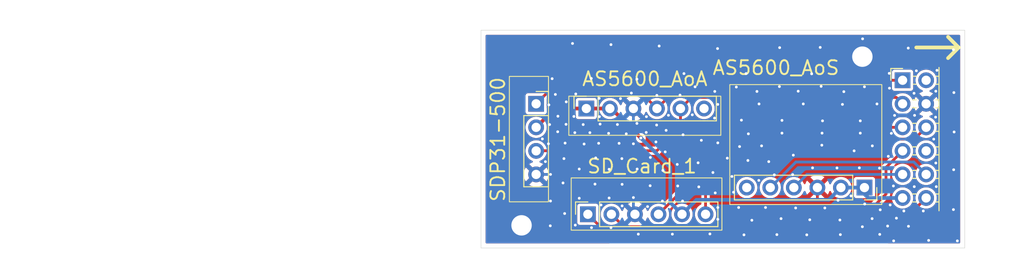
<source format=kicad_pcb>
(kicad_pcb (version 20241229) (generator "pcbnew") (generator_version "9.0")
  (layers (0 "F.Cu" signal) (2 "B.Cu" signal) (13 "F.Paste" user) (15 "B.Paste" user) (5 "F.SilkS" user "F.Silkscreen") (7 "B.SilkS" user "B.Silkscreen") (1 "F.Mask" user) (3 "B.Mask" user) (25 "Edge.Cuts" user))
  (net 0 "")
  (net 1 "/SCL_AS1")
  (net 2 "/SDA_AS1")
  (net 3 "/SDA_AS0")
  (net 4 "/3V3_AS0")
  (net 5 "/DC_GND")
  (net 6 "/SCL_AS0")
  (net 7 "/MOSI_SD1")
  (net 8 "/CS_SD1")
  (net 9 "/CLK_SD1")
  (net 10 "/MISO_SD1")
  (footprint "Connector_PinHeader_2.54mm:PinHeader_2x06_P2.54mm_Horizontal" (layer "F.Cu") (at 174.19 89.77)
    (property "Reference" "J5" (hide yes))
    (property "Value" "Conn_01x12_Socket" (hide yes))
    (fp_line (start -1.27 -1.27) (end 0 -1.27) (stroke (width 0.12)) (layer "F.SilkS"))
    (fp_line (start -1.27 0) (end -1.27 -1.27) (stroke (width 0.12)) (layer "F.SilkS"))
    (fp_line (start 1.077358 2.11) (end 1.462642 2.11) (stroke (width 0.12)) (layer "F.SilkS"))
    (fp_line (start 1.077358 2.97) (end 1.462642 2.97) (stroke (width 0.12)) (layer "F.SilkS"))
    (fp_line (start 1.077358 4.65) (end 1.462642 4.65) (stroke (width 0.12)) (layer "F.SilkS"))
    (fp_line (start 1.077358 5.51) (end 1.462642 5.51) (stroke (width 0.12)) (layer "F.SilkS"))
    (fp_line (start 1.077358 7.19) (end 1.462642 7.19) (stroke (width 0.12)) (layer "F.SilkS"))
    (fp_line (start 1.077358 8.05) (end 1.462642 8.05) (stroke (width 0.12)) (layer "F.SilkS"))
    (fp_line (start 1.077358 9.73) (end 1.462642 9.73) (stroke (width 0.12)) (layer "F.SilkS"))
    (fp_line (start 1.077358 10.59) (end 1.462642 10.59) (stroke (width 0.12)) (layer "F.SilkS"))
    (fp_line (start 1.077358 12.27) (end 1.462642 12.27) (stroke (width 0.12)) (layer "F.SilkS"))
    (fp_line (start 1.077358 13.13) (end 1.462642 13.13) (stroke (width 0.12)) (layer "F.SilkS"))
    (fp_line (start 1.16 -0.43) (end 1.462642 -0.43) (stroke (width 0.12)) (layer "F.SilkS"))
    (fp_line (start 1.16 0.43) (end 1.462642 0.43) (stroke (width 0.12)) (layer "F.SilkS"))
    (fp_line (start 3.617358 -0.43) (end 3.93 -0.43) (stroke (width 0.12)) (layer "F.SilkS"))
    (fp_line (start 3.617358 0.43) (end 3.93 0.43) (stroke (width 0.12)) (layer "F.SilkS"))
    (fp_line (start 3.617358 2.11) (end 3.93 2.11) (stroke (width 0.12)) (layer "F.SilkS"))
    (fp_line (start 3.617358 2.97) (end 3.93 2.97) (stroke (width 0.12)) (layer "F.SilkS"))
    (fp_line (start 3.617358 4.65) (end 3.93 4.65) (stroke (width 0.12)) (layer "F.SilkS"))
    (fp_line (start 3.617358 5.51) (end 3.93 5.51) (stroke (width 0.12)) (layer "F.SilkS"))
    (fp_line (start 3.617358 7.19) (end 3.93 7.19) (stroke (width 0.12)) (layer "F.SilkS"))
    (fp_line (start 3.617358 8.05) (end 3.93 8.05) (stroke (width 0.12)) (layer "F.SilkS"))
    (fp_line (start 3.617358 9.73) (end 3.93 9.73) (stroke (width 0.12)) (layer "F.SilkS"))
    (fp_line (start 3.617358 10.59) (end 3.93 10.59) (stroke (width 0.12)) (layer "F.SilkS"))
    (fp_line (start 3.617358 12.27) (end 3.93 12.27) (stroke (width 0.12)) (layer "F.SilkS"))
    (fp_line (start 3.617358 13.13) (end 3.93 13.13) (stroke (width 0.12)) (layer "F.SilkS"))
    (fp_line (start 3.93 -1.38) (end 3.93 14.08) (stroke (width 0.12)) (layer "F.SilkS"))
    (pad "1" thru_hole rect (at 0 0) (size 1.7 1.7) (drill 1) (layers "*.Cu" "*.Mask") (net 1 "/SCL_AS1"))
    (pad "2" thru_hole circle (at 2.54 0) (size 1.7 1.7) (drill 1) (layers "*.Cu" "*.Mask"))
    (pad "3" thru_hole circle (at 0 2.54) (size 1.7 1.7) (drill 1) (layers "*.Cu" "*.Mask") (net 2 "/SDA_AS1"))
    (pad "4" thru_hole circle (at 2.54 2.54) (size 1.7 1.7) (drill 1) (layers "*.Cu" "*.Mask") (net 5 "/DC_GND"))
    (pad "5" thru_hole circle (at 0 5.08) (size 1.7 1.7) (drill 1) (layers "*.Cu" "*.Mask") (net 9 "/CLK_SD1"))
    (pad "6" thru_hole circle (at 2.54 5.08) (size 1.7 1.7) (drill 1) (layers "*.Cu" "*.Mask") (net 10 "/MISO_SD1"))
    (pad "7" thru_hole circle (at 0 7.62) (size 1.7 1.7) (drill 1) (layers "*.Cu" "*.Mask") (net 7 "/MOSI_SD1"))
    (pad "8" thru_hole circle (at 2.54 7.62) (size 1.7 1.7) (drill 1) (layers "*.Cu" "*.Mask"))
    (pad "9" thru_hole circle (at 0 10.16) (size 1.7 1.7) (drill 1) (layers "*.Cu" "*.Mask") (net 6 "/SCL_AS0"))
    (pad "10" thru_hole circle (at 2.54 10.16) (size 1.7 1.7) (drill 1) (layers "*.Cu" "*.Mask") (net 3 "/SDA_AS0"))
    (pad "11" thru_hole circle (at 0 12.7) (size 1.7 1.7) (drill 1) (layers "*.Cu" "*.Mask") (net 4 "/3V3_AS0"))
    (pad "12" thru_hole circle (at 2.54 12.7) (size 1.7 1.7) (drill 1) (layers "*.Cu" "*.Mask") (net 8 "/CS_SD1"))
  )
  (footprint "MountingHole:MountingHole_2.2mm_M2" (layer "F.Cu") (at 169.85 87.225)
    (property "Reference" "REF**" (hide yes))
    (property "Value" "MountingHole_2.2mm_M2")
    (pad "" np_thru_hole circle (at 0 0) (size 2.2 2.2) (drill 2.2) (layers "*.Cu" "*.Mask"))
  )
  (footprint "MountingHole:MountingHole_2.2mm_M2" (layer "F.Cu") (at 133.075 105.425)
    (property "Reference" "REF**" (hide yes))
    (property "Value" "MountingHole_2.2mm_M2" (hide yes))
    (pad "" np_thru_hole circle (at 0 0) (size 2.2 2.2) (drill 2.2) (layers "*.Cu" "*.Mask"))
  )
  (footprint "Connector_PinSocket_2.54mm:PinSocket_1x04_P2.54mm_Vertical" (layer "F.Cu") (at 134.65 92.31)
    (property "Reference" "J1" (hide yes))
    (property "Value" "SDP31-500" (hide yes))
    (fp_line (start -1.33 1.27) (end -1.33 8.95) (stroke (width 0.12)) (layer "F.SilkS"))
    (fp_line (start -1.33 1.27) (end 1.33 1.27) (stroke (width 0.12)) (layer "F.SilkS"))
    (fp_line (start -1.33 8.95) (end 1.33 8.95) (stroke (width 0.12)) (layer "F.SilkS"))
    (fp_line (start 0 -1.33) (end 1.33 -1.33) (stroke (width 0.12)) (layer "F.SilkS"))
    (fp_line (start 1.33 -1.33) (end 1.33 0) (stroke (width 0.12)) (layer "F.SilkS"))
    (fp_line (start 1.33 1.27) (end 1.33 8.95) (stroke (width 0.12)) (layer "F.SilkS"))
    (pad "1" thru_hole rect (at 0 0) (size 1.7 1.7) (drill 1) (layers "*.Cu" "*.Mask") (net 1 "/SCL_AS1"))
    (pad "2" thru_hole circle (at 0 2.54) (size 1.7 1.7) (drill 1) (layers "*.Cu" "*.Mask") (net 4 "/3V3_AS0"))
    (pad "3" thru_hole circle (at 0 5.08) (size 1.7 1.7) (drill 1) (layers "*.Cu" "*.Mask") (net 2 "/SDA_AS1"))
    (pad "4" thru_hole circle (at 0 7.62) (size 1.7 1.7) (drill 1) (layers "*.Cu" "*.Mask") (net 5 "/DC_GND"))
  )
  (footprint "Connector_PinSocket_2.54mm:PinSocket_1x06_P2.54mm_Vertical" (layer "F.Cu") (at 140.065 92.82 90)
    (property "Reference" "J2" (hide yes))
    (property "Value" "AS5600_1" (hide yes))
    (fp_line (start 1.33 -1.33) (end 1.33 0) (stroke (width 0.12)) (layer "F.SilkS"))
    (fp_line (start 0 -1.33) (end 1.33 -1.33) (stroke (width 0.12)) (layer "F.SilkS"))
    (fp_line (start 1.33 1.27) (end 1.33 14.03) (stroke (width 0.12)) (layer "F.SilkS"))
    (fp_line (start -1.33 1.27) (end 1.33 1.27) (stroke (width 0.12)) (layer "F.SilkS"))
    (fp_line (start -1.33 1.27) (end -1.33 14.03) (stroke (width 0.12)) (layer "F.SilkS"))
    (fp_line (start -1.33 14.03) (end 1.33 14.03) (stroke (width 0.12)) (layer "F.SilkS"))
    (pad "1" thru_hole rect (at 0 0 90) (size 1.7 1.7) (drill 1) (layers "*.Cu" "*.Mask") (net 4 "/3V3_AS0"))
    (pad "2" thru_hole circle (at 0 2.54 90) (size 1.7 1.7) (drill 1) (layers "*.Cu" "*.Mask") (net 4 "/3V3_AS0"))
    (pad "3" thru_hole circle (at 0 5.08 90) (size 1.7 1.7) (drill 1) (layers "*.Cu" "*.Mask") (net 5 "/DC_GND"))
    (pad "4" thru_hole circle (at 0 7.62 90) (size 1.7 1.7) (drill 1) (layers "*.Cu" "*.Mask") (net 1 "/SCL_AS1"))
    (pad "5" thru_hole circle (at 0 10.16 90) (size 1.7 1.7) (drill 1) (layers "*.Cu" "*.Mask") (net 2 "/SDA_AS1"))
    (pad "6" thru_hole circle (at 0 12.7 90) (size 1.7 1.7) (drill 1) (layers "*.Cu" "*.Mask"))
  )
  (footprint "Connector_PinSocket_2.54mm:PinSocket_1x06_P2.54mm_Vertical" (layer "F.Cu") (at 170.075 101.35 -90)
    (property "Reference" "J4" (hide yes))
    (property "Value" "AS5600_0" (hide yes))
    (fp_line (start -1.33 14.03) (end 1.33 14.03) (stroke (width 0.12)) (layer "F.SilkS"))
    (fp_line (start -1.33 1.27) (end -1.33 14.03) (stroke (width 0.12)) (layer "F.SilkS"))
    (fp_line (start -1.33 1.27) (end 1.33 1.27) (stroke (width 0.12)) (layer "F.SilkS"))
    (fp_line (start 1.33 1.27) (end 1.33 14.03) (stroke (width 0.12)) (layer "F.SilkS"))
    (fp_line (start 0 -1.33) (end 1.33 -1.33) (stroke (width 0.12)) (layer "F.SilkS"))
    (fp_line (start 1.33 -1.33) (end 1.33 0) (stroke (width 0.12)) (layer "F.SilkS"))
    (pad "1" thru_hole rect (at 0 0 270) (size 1.7 1.7) (drill 1) (layers "*.Cu" "*.Mask") (net 4 "/3V3_AS0"))
    (pad "2" thru_hole circle (at 0 2.54 270) (size 1.7 1.7) (drill 1) (layers "*.Cu" "*.Mask") (net 4 "/3V3_AS0"))
    (pad "3" thru_hole circle (at 0 5.08 270) (size 1.7 1.7) (drill 1) (layers "*.Cu" "*.Mask") (net 5 "/DC_GND"))
    (pad "4" thru_hole circle (at 0 7.62 270) (size 1.7 1.7) (drill 1) (layers "*.Cu" "*.Mask") (net 6 "/SCL_AS0"))
    (pad "5" thru_hole circle (at 0 10.16 270) (size 1.7 1.7) (drill 1) (layers "*.Cu" "*.Mask") (net 3 "/SDA_AS0"))
    (pad "6" thru_hole circle (at 0 12.7 270) (size 1.7 1.7) (drill 1) (layers "*.Cu" "*.Mask"))
  )
  (footprint "Connector_PinSocket_2.54mm:PinSocket_1x06_P2.54mm_Vertical" (layer "F.Cu") (at 140.23 104.23 90)
    (property "Reference" "J3" (hide yes))
    (property "Value" "SD_1" (hide yes))
    (fp_line (start 1.33 -1.33) (end 1.33 0) (stroke (width 0.12)) (layer "F.SilkS"))
    (fp_line (start 0 -1.33) (end 1.33 -1.33) (stroke (width 0.12)) (layer "F.SilkS"))
    (fp_line (start 1.33 1.27) (end 1.33 14.03) (stroke (width 0.12)) (layer "F.SilkS"))
    (fp_line (start -1.33 1.27) (end 1.33 1.27) (stroke (width 0.12)) (layer "F.SilkS"))
    (fp_line (start -1.33 1.27) (end -1.33 14.03) (stroke (width 0.12)) (layer "F.SilkS"))
    (fp_line (start -1.33 14.03) (end 1.33 14.03) (stroke (width 0.12)) (layer "F.SilkS"))
    (pad "1" thru_hole rect (at 0 0 90) (size 1.7 1.7) (drill 1) (layers "*.Cu" "*.Mask") (net 8 "/CS_SD1"))
    (pad "2" thru_hole circle (at 0 2.54 90) (size 1.7 1.7) (drill 1) (layers "*.Cu" "*.Mask") (net 7 "/MOSI_SD1"))
    (pad "3" thru_hole circle (at 0 5.08 90) (size 1.7 1.7) (drill 1) (layers "*.Cu" "*.Mask") (net 5 "/DC_GND"))
    (pad "4" thru_hole circle (at 0 7.62 90) (size 1.7 1.7) (drill 1) (layers "*.Cu" "*.Mask") (net 9 "/CLK_SD1"))
    (pad "5" thru_hole circle (at 0 10.16 90) (size 1.7 1.7) (drill 1) (layers "*.Cu" "*.Mask") (net 4 "/3V3_AS0"))
    (pad "6" thru_hole circle (at 0 12.7 90) (size 1.7 1.7) (drill 1) (layers "*.Cu" "*.Mask") (net 10 "/MISO_SD1"))
  )
  (gr_rect (start 138.435 100.305) (end 154.695 105.945) (stroke (width 0.1)) (fill no) (layer "F.SilkS"))
  (gr_rect (start 155.545 90.24) (end 171.945 103.18) (stroke (width 0.1)) (fill no) (layer "F.SilkS"))
  (gr_rect (start 131.76 89.355) (end 135.98 102.885) (stroke (width 0.1)) (fill no) (layer "F.SilkS"))
  (gr_rect (start 138.175 91.49) (end 154.575 95.71) (stroke (width 0.1)) (fill no) (layer "F.SilkS"))
  (gr_rect (start 128.7 84.37) (end 180.9 107.87) (stroke (width 0.05)) (fill no) (layer "Edge.Cuts"))
  (gr_text "AS5600_AoA" (at 139.5 90.5 0) (layer "F.SilkS") (effects (font (size 1.5 1.5) (thickness 0.2)) (justify left bottom)))
  (gr_text "→" (at 173.975 89.275 0) (layer "F.SilkS") (effects (font (size 6 6) (thickness 0.4)) (justify left bottom)))
  (gr_text "SD_Card_1" (at 140.05 99.925 0) (layer "F.SilkS") (effects (font (size 1.5 1.5) (thickness 0.2)) (justify left bottom)))
  (gr_text "AS5600_AoS" (at 153.575 89.3 0) (layer "F.SilkS") (effects (font (size 1.5 1.5) (thickness 0.2)) (justify left bottom)))
  (gr_text "SDP31-500" (at 131.4 103 90) (layer "F.SilkS") (effects (font (size 1.5 1.5) (thickness 0.2)) (justify left bottom)))
  (segment (start 147.685 92.82) (end 150.735 89.77) (width 0.3) (layer "F.Cu") (net 1))
  (segment (start 136.51 90.45) (end 145.315 90.45) (width 0.3) (layer "F.Cu") (net 1))
  (segment (start 134.65 92.31) (end 136.51 90.45) (width 0.3) (layer "F.Cu") (net 1))
  (segment (start 145.315 90.45) (end 147.685 92.82) (width 0.3) (layer "F.Cu") (net 1))
  (segment (start 150.735 89.77) (end 174.19 89.77) (width 0.3) (layer "F.Cu") (net 1))
  (segment (start 147.675 97.375) (end 150.225 94.825) (width 0.3) (layer "F.Cu") (net 2))
  (segment (start 173.499 91.619) (end 174.19 92.31) (width 0.3) (layer "F.Cu") (net 2))
  (segment (start 150.225 92.82) (end 151.426 91.619) (width 0.3) (layer "F.Cu") (net 2))
  (segment (start 134.65 97.39) (end 134.665 97.375) (width 0.3) (layer "F.Cu") (net 2))
  (segment (start 151.426 91.619) (end 173.499 91.619) (width 0.3) (layer "F.Cu") (net 2))
  (segment (start 150.225 94.825) (end 150.225 92.82) (width 0.3) (layer "F.Cu") (net 2))
  (segment (start 134.665 97.375) (end 147.675 97.375) (width 0.3) (layer "F.Cu") (net 2))
  (segment (start 159.915 101.35) (end 162.674 98.591) (width 0.3) (layer "B.Cu") (net 3))
  (segment (start 175.391 98.591) (end 176.73 99.93) (width 0.3) (layer "B.Cu") (net 3))
  (segment (start 162.674 98.591) (end 175.391 98.591) (width 0.3) (layer "B.Cu") (net 3))
  (segment (start 134.65 94.85) (end 136.68 92.82) (width 0.4) (layer "F.Cu") (net 4))
  (segment (start 145.95 96) (end 142.77 92.82) (width 0.4) (layer "F.Cu") (net 4))
  (segment (start 136.68 92.82) (end 140.065 92.82) (width 0.4) (layer "F.Cu") (net 4))
  (segment (start 142.77 92.82) (end 142.605 92.82) (width 0.4) (layer "F.Cu") (net 4))
  (segment (start 140.065 92.82) (end 142.605 92.82) (width 0.4) (layer "F.Cu") (net 4))
  (via (at 145.95 96) (size 0.45) (drill 0.3) (layers "F.Cu" "B.Cu") (net 4))
  (segment (start 166.21 102.675) (end 167.535 101.35) (width 0.4) (layer "B.Cu") (net 4))
  (segment (start 145.95 96) (end 149.125 99.175) (width 0.4) (layer "B.Cu") (net 4))
  (segment (start 167.535 101.35) (end 170.075 101.35) (width 0.4) (layer "B.Cu") (net 4))
  (segment (start 151.945 102.675) (end 166.21 102.675) (width 0.4) (layer "B.Cu") (net 4))
  (segment (start 170.075 101.35) (end 170.075 102.05) (width 0.4) (layer "B.Cu") (net 4))
  (segment (start 149.125 102.965) (end 150.39 104.23) (width 0.4) (layer "B.Cu") (net 4))
  (segment (start 170.075 102.05) (end 170.5 102.475) (width 0.4) (layer "B.Cu") (net 4))
  (segment (start 174.185 102.475) (end 174.19 102.47) (width 0.4) (layer "B.Cu") (net 4))
  (segment (start 170.5 102.475) (end 174.185 102.475) (width 0.4) (layer "B.Cu") (net 4))
  (segment (start 150.39 104.23) (end 151.945 102.675) (width 0.4) (layer "B.Cu") (net 4))
  (segment (start 149.125 99.175) (end 149.125 102.965) (width 0.4) (layer "B.Cu") (net 4))
  (segment (start 167.11 99.235) (end 164.995 101.35) (width 0.4) (layer "F.Cu") (net 5))
  (segment (start 164.175 104.825) (end 164.995 104.005) (width 0.3) (layer "F.Cu") (net 5))
  (segment (start 164.995 104.005) (end 164.995 101.35) (width 0.3) (layer "F.Cu") (net 5))
  (segment (start 168.96 97.385) (end 167.11 99.235) (width 0.4) (layer "F.Cu") (net 5))
  (via (at 157.5 98.425) (size 0.45) (drill 0.3) (layers "F.Cu" "B.Cu") (net 5))
  (via (at 167.475 106.425) (size 0.45) (drill 0.3) (layers "F.Cu" "B.Cu") (net 5))
  (via (at 155.775 100.15) (size 0.45) (drill 0.3) (layers "F.Cu" "B.Cu") (net 5))
  (via (at 172.85 103.225) (size 0.45) (drill 0.3) (layers "F.Cu" "B.Cu") (net 5))
  (via (at 150.45 102.8) (size 0.45) (drill 0.3) (layers "F.Cu" "B.Cu") (net 5))
  (via (at 142.525 102.475) (size 0.45) (drill 0.3) (layers "F.Cu" "B.Cu") (net 5))
  (via (at 160.9 90.45) (size 0.45) (drill 0.3) (layers "F.Cu" "B.Cu") (net 5))
  (via (at 169.875 85.3) (size 0.45) (drill 0.3) (layers "F.Cu" "B.Cu") (net 5))
  (via (at 143.6 96.575) (size 0.45) (drill 0.3) (layers "F.Cu" "B.Cu") (net 5))
  (via (at 153.925 90.975) (size 0.45) (drill 0.3) (layers "F.Cu" "B.Cu") (net 5))
  (via (at 146.675 103.4) (size 0.45) (drill 0.3) (layers "F.Cu" "B.Cu") (net 5))
  (via (at 157.925 104.875) (size 0.45) (drill 0.3) (layers "F.Cu" "B.Cu") (net 5))
  (via (at 138.825 95.425) (size 0.45) (drill 0.3) (layers "F.Cu" "B.Cu") (net 5))
  (via (at 158.675 100.575) (size 0.45) (drill 0.3) (layers "F.Cu" "B.Cu") (net 5))
  (via (at 169.85 105.575) (size 0.45) (drill 0.3) (layers "F.Cu" "B.Cu") (net 5))
  (via (at 149.35 106.375) (size 0.45) (drill 0.3) (layers "F.Cu" "B.Cu") (net 5))
  (via (at 153.4 106.35) (size 0.45) (drill 0.3) (layers "F.Cu" "B.Cu") (net 5))
  (via (at 152.2 101.275) (size 0.45) (drill 0.3) (layers "F.Cu" "B.Cu") (net 5))
  (via (at 167.11 99.235) (size 0.45) (drill 0.3) (layers "F.Cu" "B.Cu") (net 5))
  (via (at 144.925 91.15) (size 0.45) (drill 0.3) (layers "F.Cu" "B.Cu") (net 5))
  (via (at 137.875 94.525) (size 0.45) (drill 0.3) (layers "F.Cu" "B.Cu") (net 5))
  (via (at 160.35 99.975) (size 0.45) (drill 0.3) (layers "F.Cu" "B.Cu") (net 5))
  (via (at 146.95 101.15) (size 0.45) (drill 0.3) (layers "F.Cu" "B.Cu") (net 5))
  (via (at 154.225 86.35) (size 0.45) (drill 0.3) (layers "F.Cu" "B.Cu") (net 5))
  (via (at 135.975 96.625) (size 0.45) (drill 0.3) (layers "F.Cu" "B.Cu") (net 5))
  (via (at 179.725 91.1) (size 0.45) (drill 0.3) (layers "F.Cu" "B.Cu") (net 5))
  (via (at 161.175 94.1) (size 0.45) (drill 0.3) (layers "F.Cu" "B.Cu") (net 5))
  (via (at 139.3 99.35) (size 0.45) (drill 0.3) (layers "F.Cu" "B.Cu") (net 5))
  (via (at 137.775 96.55) (size 0.45) (drill 0.3) (layers "F.Cu" "B.Cu") (net 5))
  (via (at 159.75 98.55) (size 0.45) (drill 0.3) (layers "F.Cu" "B.Cu") (net 5))
  (via (at 145.525 89.65) (size 0.45) (drill 0.3) (layers "F.Cu" "B.Cu") (net 5))
  (via (at 139.725 94.55) (size 0.45) (drill 0.3) (layers "F.Cu" "B.Cu") (net 5))
  (via (at 173.2 101.175) (size 0.45) (drill 0.3) (layers "F.Cu" "B.Cu") (net 5))
  (via (at 137.725 104.15) (size 0.45) (drill 0.3) (layers "F.Cu" "B.Cu") (net 5))
  (via (at 141 100.975) (size 0.45) (drill 0.3) (layers "F.Cu" "B.Cu") (net 5))
  (via (at 154.25 96.525) (size 0.45) (drill 0.3) (layers "F.Cu" "B.Cu") (net 5))
  (via (at 153.725 99.725) (size 0.45) (drill 0.3) (layers "F.Cu" "B.Cu") (net 5))
  (via (at 136.2 102.8) (size 0.45) (drill 0.3) (layers "F.Cu" "B.Cu") (net 5))
  (via (at 137.55 100.85) (size 0.45) (drill 0.3) (layers "F.Cu" "B.Cu") (net 5))
  (via (at 164.175 104.825) (size 0.45) (drill 0.3) (layers "F.Cu" "B.Cu") (net 5))
  (via (at 138.575 85.8) (size 0.45) (drill 0.3) (layers "F.Cu" "B.Cu") (net 5))
  (via (at 139.825 96.65) (size 0.45) (drill 0.3) (layers "F.Cu" "B.Cu") (net 5))
  (via (at 170.1 103.125) (size 0.45) (drill 0.3) (layers "F.Cu" "B.Cu") (net 5))
  (via (at 136.1 94.55) (size 0.45) (drill 0.3) (layers "F.Cu" "B.Cu") (net 5))
  (via (at 172.775 90.625) (size 0.45) (drill 0.3) (layers "F.Cu" "B.Cu") (net 5))
  (via (at 163.475 92.325) (size 0.45) (drill 0.3) (layers "F.Cu" "B.Cu") (net 5))
  (via (at 171.425 92.325) (size 0.45) (drill 0.3) (layers "F.Cu" "B.Cu") (net 5))
  (via (at 142.725 105.675) (size 0.45) (drill 0.3) (layers "F.Cu" "B.Cu") (net 5))
  (via (at 148.675 95.175) (size 0.45) (drill 0.3) (layers "F.Cu" "B.Cu") (net 5))
  (via (at 142.725 85.925) (size 0.45) (drill 0.3) (layers "F.Cu" "B.Cu") (net 5))
  (via (at 155.95 101.85) (size 0.45) (drill 0.3) (layers "F.Cu" "B.Cu") (net 5))
  (via (at 175.45 101.25) (size 0.45) (drill 0.3) (layers "F.Cu" "B.Cu") (net 5))
  (via (at 138.875 105.4) (size 0.45) (drill 0.3) (layers "F.Cu" "B.Cu") (net 5))
  (via (at 136.725 91.3) (size 0.45) (drill 0.3) (layers "F.Cu" "B.Cu") (net 5))
  (via (at 149.925 101.175) (size 0.45) (drill 0.3) (layers "F.Cu" "B.Cu") (net 5))
  (via (at 168.625 102.25) (size 0.45) (drill 0.3) (layers "F.Cu" "B.Cu") (net 5))
  (via (at 179.7 99.425) (size 0.45) (drill 0.3) (layers "F.Cu" "B.Cu") (net 5))
  (via (at 177.775 98.7) (size 0.45) (drill 0.3) (layers "F.Cu" "B.Cu") (net 5))
  (via (at 175.4825 93.5575) (size 0.45) (drill 0.3) (layers "F.Cu" "B.Cu") (net 5))
  (via (at 143.9 98.225) (size 0.45) (drill 0.3) (layers "F.Cu" "B.Cu") (net 5))
  (via (at 175.425 91.175) (size 0.45) (drill 0.3) (layers "F.Cu" "B.Cu") (net 5))
  (via (at 158.975 96.85) (size 0.45) (drill 0.3) (layers "F.Cu" "B.Cu") (net 5))
  (via (at 161.075 104.7) (size 0.45) (drill 0.3) (layers "F.Cu" "B.Cu") (net 5))
  (via (at 143.925 101) (size 0.45) (drill 0.3) (layers "F.Cu" "B.Cu") (net 5))
  (via (at 160.625 106.425) (size 0.45) (drill 0.3) (layers "F.Cu" "B.Cu") (net 5))
  (via (at 142.525 99.375) (size 0.45) (drill 0.3) (layers "F.Cu" "B.Cu") (net 5))
  (via (at 150.175 91.375) (size 0.45) (drill 0.3) (layers "F.Cu" "B.Cu") (net 5))
  (via (at 175.675 88.75) (size 0.45) (drill 0.3) (layers "F.Cu" "B.Cu") (net 5))
  (via (at 150.6 89.05) (size 0.45) (drill 0.3) (layers "F.Cu" "B.Cu") (net 5))
  (via (at 167.85 91) (size 0.45) (drill 0.3) (layers "F.Cu" "B.Cu") (net 5))
  (via (at 158.7 92.325) (size 0.45) (drill 0.3) (layers "F.Cu" "B.Cu") (net 5))
  (via (at 172.975 95.5) (size 0.45) (drill 0.3) (layers "F.Cu" "B.Cu") (net 5))
  (via (at 135.325 96.1) (size 0.45) (drill 0.3) (layers "F.Cu" "B.Cu") (net 5))
  (via (at 143.75 91.75) (size 0.45) (drill 0.3) (layers "F.Cu" "B.Cu") (net 5))
  (via (at 143.925 103.325) (size 0.45) (drill 0.3) (layers "F.Cu" "B.Cu") (net 5))
  (via (at 149.875 98.85) (size 0.45) (drill 0.3) (layers "F.Cu" "B.Cu") (net 5))
  (via (at 146.975 98.1) (size 0.45) (drill 0.3) (layers "F.Cu" "B.Cu") (net 5))
  (via (at 136.025 92.425) (size 0.45) (drill 0.3) (layers "F.Cu" "B.Cu") (net 5))
  (via (at 144.375 95.55) (size 0.45) (drill 0.3) (layers "F.Cu" "B.Cu") (net 5))
  (via (at 147.575 96.425) (size 0.45) (drill 0.3) (layers "F.Cu" "B.Cu") (net 5))
  (via (at 165.4 90.425) (size 0.45) (drill 0.3) (layers "F.Cu" "B.Cu") (net 5))
  (via (at 168.96 97.385) (size 0.45) (drill 0.3) (layers "F.Cu" "B.Cu") (net 5))
  (via (at 136.975 95.325) (size 0.45) (drill 0.3) (layers "F.Cu" "B.Cu") (net 5))
  (via (at 146.525 95.4) (size 0.45) (drill 0.3) (layers "F.Cu" "B.Cu") (net 5))
  (via (at 140.6 89.575) (size 0.45) (drill 0.3) (layers "F.Cu" "B.Cu") (net 5))
  (via (at 141.075 98.15) (size 0.45) (drill 0.3) (layers "F.Cu" "B.Cu") (net 5))
  (via (at 177.55 96.125) (size 0.45) (drill 0.3) (layers "F.Cu" "B.Cu") (net 5))
  (via (at 145.525 94.425) (size 0.45) (drill 0.3) (layers "F.Cu" "B.Cu") (net 5))
  (via (at 135.65 98.55) (size 0.45) (drill 0.3) (layers "F.Cu" "B.Cu") (net 5))
  (via (at 170.075 90.475) (size 0.45) (drill 0.3) (layers "F.Cu" "B.Cu") (net 5))
  (via (at 141.395 96.57) (size 0.45) (drill 0.3) (layers "F.Cu" "B.Cu") (net 5))
  (via (at 153.975 101.925) (size 0.45) (drill 0.3) (layers "F.Cu" "B.Cu") (net 5))
  (via (at 157.55 95.55) (size 0.45) (drill 0.3) (layers "F.Cu" "B.Cu") (net 5))
  (via (at 138.925 91.25) (size 0.45) (drill 0.3) (layers "F.Cu" "B.Cu") (net 5))
  (via (at 156.6 96.925) (size 0.45) (drill 0.3) (layers "F.Cu" "B.Cu") (net 5))
  (via (at 150.5 95.65) (size 0.45) (drill 0.3) (layers "F.Cu" "B.Cu") (net 5))
  (via (at 140.625 105.675) (size 0.45) (drill 0.3) (layers "F.Cu" "B.Cu") (net 5))
  (via (at 138.725 93.675) (size 0.45) (drill 0.3) (layers "F.Cu" "B.Cu") (net 5))
  (via (at 139.3 102.5) (size 0.45) (drill 0.3) (layers "F.Cu" "B.Cu") (net 5))
  (via (at 167.425 104.85) (size 0.45) (drill 0.3) (layers "F.Cu" "B.Cu") (net 5))
  (via (at 152.125 98.675) (size 0.45) (drill 0.3) (layers "F.Cu" "B.Cu") (net 5))
  (via (at 141.475 93.7) (size 0.45) (drill 0.3) (layers "F.Cu" "B.Cu") (net 5))
  (via (at 172.65 97.975) (size 0.45) (drill 0.3) (layers "F.Cu" "B.Cu") (net 5))
  (via (at 179.675 86.475) (size 0.45) (drill 0.3) (layers "F.Cu" "B.Cu") (net 5))
  (via (at 148.575 97.5) (size 0.45) (drill 0.3) (layers "F.Cu" "B.Cu") (net 5))
  (via (at 174.325 103.875) (size 0.45) (drill 0.3) (layers "F.Cu" "B.Cu") (net 5))
  (via (at 148.925 93.55) (size 0.45) (drill 0.3) (layers "F.Cu" "B.Cu") (net 5))
  (via (at 151.8 90.475) (size 0.45) (drill 0.3) (layers "F.Cu" "B.Cu") (net 5))
  (via (at 164.375 89.075) (size 0.45) (drill 0.3) (layers "F.Cu" "B.Cu") (net 5))
  (via (at 165.475 96.775) (size 0.45) (drill 0.3) (layers "F.Cu" "B.Cu") (net 5))
  (via (at 141.55 94.5) (size 0.45) (drill 0.3) (layers "F.Cu" "B.Cu") (net 5))
  (via (at 170.9 104.7) (size 0.45) (drill 0.3) (layers "F.Cu" "B.Cu") (net 5))
  (via (at 179.75 95.35) (size 0.45) (drill 0.3) (layers "F.Cu" "B.Cu") (net 5))
  (via (at 145.145 102.425) (size 0.45) (drill 0.3) (layers "F.Cu" "B.Cu") (net 5))
  (via (at 171.7 99.25) (size 0.45) (drill 0.3) (layers "F.Cu" "B.Cu") (net 5))
  (via (at 179.675 103.725) (size 0.45) (drill 0.3) (layers "F.Cu" "B.Cu") (net 5))
  (via (at 154.25 92.375) (size 0.45) (drill 0.3) (layers "F.Cu" "B.Cu") (net 5))
  (via (at 136.375 89.6) (size 0.45) (drill 0.3) (layers "F.Cu" "B.Cu") (net 5))
  (via (at 159.4 103.5) (size 0.45) (drill 0.3) (layers "F.Cu" "B.Cu") (net 5))
  (via (at 141.65 103.225) (size 0.45) (drill 0.3) (layers "F.Cu" "B.Cu") (net 5))
  (via (at 170.925 96.85) (size 0.45) (drill 0.3) (layers "F.Cu" "B.Cu") (net 5))
  (via (at 173.525 104.65) (size 0.45) (drill 0.3) (layers "F.Cu" "B.Cu") (net 5))
  (via (at 180.1 107.1) (size 0.45) (drill 0.3) (layers "F.Cu" "B.Cu") (net 5))
  (via (at 176.425 103.875) (size 0.45) (drill 0.3) (layers "F.Cu" "B.Cu") (net 5))
  (via (at 165.55 94.15) (size 0.45) (drill 0.3) (layers "F.Cu" "B.Cu") (net 5))
  (via (at 167.7 92.375) (size 0.45) (drill 0.3) (layers "F.Cu" "B.Cu") (net 5))
  (via (at 137 93.65) (size 0.45) (drill 0.3) (layers "F.Cu" "B.Cu") (net 5))
  (via (at 171.725 106.4) (size 0.45) (drill 0.3) (layers "F.Cu" "B.Cu") (net 5))
  (via (at 169.625 95.475) (size 0.45) (drill 0.3) (layers "F.Cu" "B.Cu") (net 5))
  (via (at 161.175 95.475) (size 0.45) (drill 0.3) (layers "F.Cu" "B.Cu") (net 5))
  (via (at 158.475 90.975) (size 0.45) (drill 0.3) (layers "F.Cu" "B.Cu") (net 5))
  (via (at 147.675 91.4) (size 0.45) (drill 0.3) (layers "F.Cu" "B.Cu") (net 5))
  (via (at 153.9 93.85) (size 0.45) (drill 0.3) (layers "F.Cu" "B.Cu") (net 5))
  (via (at 148.275 102.8) (size 0.45) (drill 0.3) (layers "F.Cu" "B.Cu") (net 5))
  (via (at 162.925 90.95) (size 0.45) (drill 0.3) (layers "F.Cu" "B.Cu") (net 5))
  (via (at 173.325 93.561) (size 0.45) (drill 0.3) (layers "F.Cu" "B.Cu") (net 5))
  (via (at 154.25 104.775) (size 0.45) (drill 0.3) (layers "F.Cu" "B.Cu") (net 5))
  (via (at 136.2 99.93) (size 0.45) (drill 0.3) (layers "F.Cu" "B.Cu") (net 5))
  (via (at 143.42 94.545) (size 0.45) (drill 0.3) (layers "F.Cu" "B.Cu") (net 5))
  (via (at 156.8 94.075) (size 0.45) (drill 0.3) (layers "F.Cu" "B.Cu") (net 5))
  (via (at 145.145 96.625) (size 0.45) (drill 0.3) (layers "F.Cu" "B.Cu") (net 5))
  (via (at 165.5 95.475) (size 0.45) (drill 0.3) (layers "F.Cu" "B.Cu") (net 5))
  (via (at 137.65 98.225) (size 0.45) (drill 0.3) (layers "F.Cu" "B.Cu") (net 5))
  (via (at 172.575 105.5) (size 0.45) (drill 0.3) (layers "F.Cu" "B.Cu") (net 5))
  (via (at 174.825 105.525) (size 0.45) (drill 0.3) (layers "F.Cu" "B.Cu") (net 5))
  (via (at 172.75 89.025) (size 0.45) (drill 0.3) (layers "F.Cu" "B.Cu") (net 5))
  (via (at 147.925 86.075) (size 0.45) (drill 0.3) (layers "F.Cu" "B.Cu") (net 5))
  (via (at 163.85 106.45) (size 0.45) (drill 0.3) (layers "F.Cu" "B.Cu") (net 5))
  (via (at 151.5 93.5) (size 0.45) (drill 0.3) (layers "F.Cu" "B.Cu") (net 5))
  (via (at 169.625 94.15) (size 0.45) (drill 0.3) (layers "F.Cu" "B.Cu") (net 5))
  (via (at 177.9 88.7) (size 0.45) (drill 0.3) (layers "F.Cu" "B.Cu") (net 5))
  (via (at 152.475 96.25) (size 0.45) (drill 0.3) (layers "F.Cu" "B.Cu") (net 5))
  (via (at 155.275 98.175) (size 0.45) (drill 0.3) (layers "F.Cu" "B.Cu") (net 5))
  (via (at 141.45 91.725) (size 0.45) (drill 0.3) (layers "F.Cu" "B.Cu") (net 5))
  (via (at 148.325 99.5) (size 0.45) (drill 0.3) (layers "F.Cu" "B.Cu") (net 5))
  (via (at 177 107.05) (size 0.45) (drill 0.3) (layers "F.Cu" "B.Cu") (net 5))
  (via (at 145.675 106.375) (size 0.45) (drill 0.3) (layers "F.Cu" "B.Cu") (net 5))
  (via (at 145.55 99.35) (size 0.45) (drill 0.3) (layers "F.Cu" "B.Cu") (net 5))
  (via (at 165.8 103.55) (size 0.45) (drill 0.3) (layers "F.Cu" "B.Cu") (net 5))
  (via (at 177.825 101.25) (size 0.45) (drill 0.3) (layers "F.Cu" "B.Cu") (net 5))
  (via (at 173.225 107.1) (size 0.45) (drill 0.3) (layers "F.Cu" "B.Cu") (net 5))
  (via (at 160.925 86.25) (size 0.45) (drill 0.3) (layers "F.Cu" "B.Cu") (net 5))
  (via (at 171.775 103.75) (size 0.45) (drill 0.3) (layers "F.Cu" "B.Cu") (net 5))
  (via (at 154.25 103.5) (size 0.45) (drill 0.3) (layers "F.Cu" "B.Cu") (net 5))
  (via (at 136.175 105.475) (size 0.45) (drill 0.3) (layers "F.Cu" "B.Cu") (net 5))
  (via (at 142.47 95.495) (size 0.45) (drill 0.3) (layers "F.Cu" "B.Cu") (net 5))
  (via (at 146.55 93.7) (size 0.45) (drill 0.3) (layers "F.Cu" "B.Cu") (net 5))
  (via (at 164.475 99.225) (size 0.45) (drill 0.3) (layers "F.Cu" "B.Cu") (net 5))
  (via (at 162.65 103.55) (size 0.45) (drill 0.3) (layers "F.Cu" "B.Cu") (net 5))
  (via (at 137.9 92.1) (size 0.45) (drill 0.3) (layers "F.Cu" "B.Cu") (net 5))
  (via (at 140.45 95.425) (size 0.45) (drill 0.3) (layers "F.Cu" "B.Cu") (net 5))
  (via (at 174.8 86.3) (size 0.45) (drill 0.3) (layers "F.Cu" "B.Cu") (net 5))
  (via (at 165.3 86.225) (size 0.45) (drill 0.3) (layers "F.Cu" "B.Cu") (net 5))
  (via (at 157.075 106.45) (size 0.45) (drill 0.3) (layers "F.Cu" "B.Cu") (net 5))
  (via (at 169.525 99.225) (size 0.45) (drill 0.3) (layers "F.Cu" "B.Cu") (net 5))
  (via (at 147.65 94.6) (size 0.45) (drill 0.3) (layers "F.Cu" "B.Cu") (net 5))
  (via (at 156.5 103.5) (size 0.45) (drill 0.3) (layers "F.Cu" "B.Cu") (net 5))
  (via (at 162.4 97.85) (size 0.45) (drill 0.3) (layers "F.Cu" "B.Cu") (net 5))
  (via (at 177.75 93.75) (size 0.45) (drill 0.3) (layers "F.Cu" "B.Cu") (net 5))
  (via (at 167.225 102.725) (size 0.45) (drill 0.3) (layers "F.Cu" "B.Cu") (net 5))
  (via (at 162.325 99.95) (size 0.45) (drill 0.3) (layers "F.Cu" "B.Cu") (net 5))
  (via (at 177.775 90.95) (size 0.45) (drill 0.3) (layers "F.Cu" "B.Cu") (net 5))
  (via (at 157.3 89.05) (size 0.45) (drill 0.3) (layers "F.Cu" "B.Cu") (net 5))
  (via (at 156.25 90.5) (size 0.45) (drill 0.3) (layers "F.Cu" "B.Cu") (net 5))
  (segment (start 136.2 99.93) (end 138.035 99.93) (width 0.3) (layer "B.Cu") (net 5))
  (segment (start 143.42 94.545) (end 145.145 92.82) (width 0.3) (layer "B.Cu") (net 5))
  (segment (start 141.395 96.57) (end 142.47 95.495) (width 0.3) (layer "B.Cu") (net 5))
  (segment (start 146.511 105.431) (end 163.569 105.431) (width 0.3) (layer "B.Cu") (net 5))
  (segment (start 175.479 93.561) (end 175.4825 93.5575) (width 0.4) (layer "B.Cu") (net 5))
  (segment (start 134.65 99.93) (end 136.2 99.93) (width 0.3) (layer "B.Cu") (net 5))
  (segment (start 138.035 99.93) (end 141.395 96.57) (width 0.3) (layer "B.Cu") (net 5))
  (segment (start 168.96 97.385) (end 168.99 97.385) (width 0.4) (layer "B.Cu") (net 5))
  (segment (start 163.569 105.431) (end 164.175 104.825) (width 0.3) (layer "B.Cu") (net 5))
  (segment (start 142.47 95.495) (end 143.42 94.545) (width 0.3) (layer "B.Cu") (net 5))
  (segment (start 175.4825 93.5575) (end 176.73 92.31) (width 0.4) (layer "B.Cu") (net 5))
  (segment (start 145.145 104.065) (end 145.31 104.23) (width 0.3) (layer "B.Cu") (net 5))
  (segment (start 145.145 96.625) (end 145.145 102.425) (width 0.3) (layer "B.Cu") (net 5))
  (segment (start 145.145 92.82) (end 145.145 96.625) (width 0.3) (layer "B.Cu") (net 5))
  (segment (start 173.325 93.561) (end 175.479 93.561) (width 0.4) (layer "B.Cu") (net 5))
  (segment (start 145.31 104.23) (end 146.511 105.431) (width 0.3) (layer "B.Cu") (net 5))
  (segment (start 168.99 97.385) (end 172.814 93.561) (width 0.4) (layer "B.Cu") (net 5))
  (segment (start 145.145 102.425) (end 145.145 104.065) (width 0.3) (layer "B.Cu") (net 5))
  (segment (start 172.814 93.561) (end 173.325 93.561) (width 0.4) (layer "B.Cu") (net 5))
  (segment (start 162.455 101.35) (end 163.875 99.93) (width 0.3) (layer "B.Cu") (net 6))
  (segment (start 163.875 99.93) (end 174.19 99.93) (width 0.3) (layer "B.Cu") (net 6))
  (segment (start 172.4 99.18) (end 174.19 97.39) (width 0.3) (layer "F.Cu") (net 7))
  (segment (start 142.77 104.23) (end 144.115 105.575) (width 0.3) (layer "F.Cu") (net 7))
  (segment (start 144.115 105.575) (end 168.875 105.575) (width 0.3) (layer "F.Cu") (net 7))
  (segment (start 172.4 102.05) (end 172.4 99.18) (width 0.3) (layer "F.Cu") (net 7))
  (segment (start 168.875 105.575) (end 172.4 102.05) (width 0.3) (layer "F.Cu") (net 7))
  (segment (start 175.95 103.225) (end 175.975 103.225) (width 0.3) (layer "F.Cu") (net 8))
  (segment (start 175.975 103.225) (end 176.73 102.47) (width 0.3) (layer "F.Cu") (net 8))
  (segment (start 176.71 102.47) (end 176.73 102.47) (width 0.3) (layer "F.Cu") (net 8))
  (segment (start 143.1 107.1) (end 172.075 107.1) (width 0.3) (layer "F.Cu") (net 8))
  (segment (start 172.075 107.1) (end 175.95 103.225) (width 0.3) (layer "F.Cu") (net 8))
  (segment (start 140.23 104.23) (end 143.1 107.1) (width 0.3) (layer "F.Cu") (net 8))
  (segment (start 174.19 94.85) (end 157.23 94.85) (width 0.3) (layer "F.Cu") (net 9))
  (segment (start 157.23 94.85) (end 147.85 104.23) (width 0.3) (layer "F.Cu") (net 9))
  (segment (start 152.93 104.23) (end 152.93 101.845) (width 0.3) (layer "F.Cu") (net 10))
  (segment (start 158.65 96.125) (end 175.455 96.125) (width 0.3) (layer "F.Cu") (net 10))
  (segment (start 152.93 101.845) (end 158.65 96.125) (width 0.3) (layer "F.Cu") (net 10))
  (segment (start 175.455 96.125) (end 176.73 94.85) (width 0.3) (layer "F.Cu") (net 10))
  (zone (net 5) (net_name "/DC_GND") (layers "F.Cu" "B.Cu") (connect_pads (clearance 0.3)) (min_thickness 0.2) (fill yes (thermal_gap 0.5) (thermal_bridge_width 0.5) (island_removal_mode 1) (island_area_min 10))
    (polygon (pts (xy 79.82 83.31) (xy 185.31 81.11) (xy 186.19 111.21) (xy 76.8 110.33)))
  )
)
</source>
